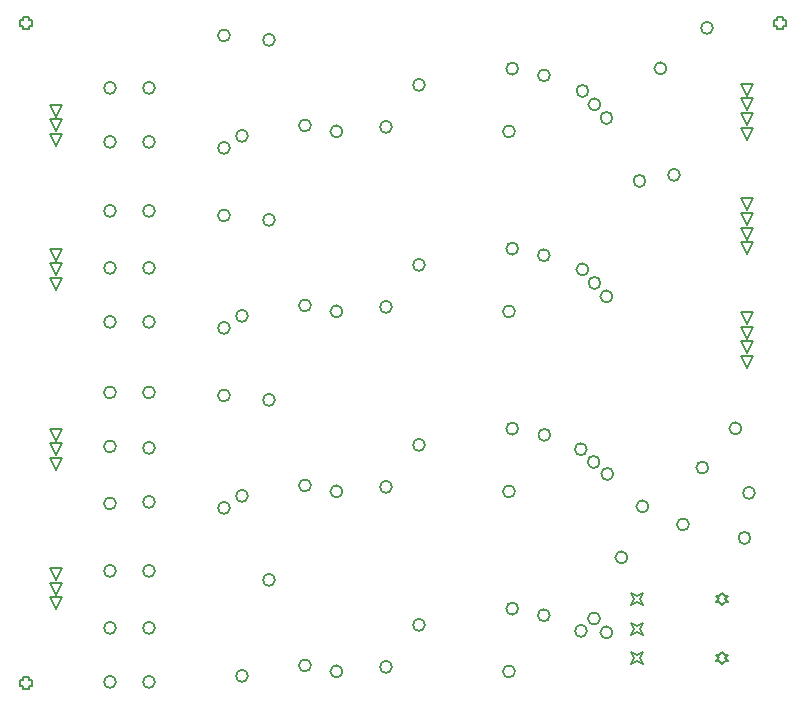
<source format=gbr>
%TF.GenerationSoftware,Altium Limited,Altium Designer,22.5.1 (42)*%
G04 Layer_Color=2752767*
%FSLAX45Y45*%
%MOMM*%
%TF.SameCoordinates,176CDB2E-7B72-45DB-8ACB-ACD3A9543041*%
%TF.FilePolarity,Positive*%
%TF.FileFunction,Drawing*%
%TF.Part,Single*%
G01*
G75*
%TA.AperFunction,NonConductor*%
%ADD39C,0.12700*%
%ADD60C,0.16933*%
D39*
X6426200Y4906200D02*
X6375400Y5007800D01*
X6477000D01*
X6426200Y4906200D01*
X571500Y4853400D02*
X520700Y4955000D01*
X622300D01*
X571500Y4853400D01*
Y4978400D02*
X520700Y5080000D01*
X622300D01*
X571500Y4978400D01*
Y5103400D02*
X520700Y5205000D01*
X622300D01*
X571500Y5103400D01*
Y3884709D02*
X520700Y3986309D01*
X622300D01*
X571500Y3884709D01*
Y3759709D02*
X520700Y3861309D01*
X622300D01*
X571500Y3759709D01*
Y3634709D02*
X520700Y3736309D01*
X622300D01*
X571500Y3634709D01*
Y2110709D02*
X520700Y2212309D01*
X622300D01*
X571500Y2110709D01*
Y2235709D02*
X520700Y2337309D01*
X622300D01*
X571500Y2235709D01*
Y2360709D02*
X520700Y2462309D01*
X622300D01*
X571500Y2360709D01*
Y1181100D02*
X520700Y1282700D01*
X622300D01*
X571500Y1181100D01*
Y1056100D02*
X520700Y1157700D01*
X622300D01*
X571500Y1056100D01*
Y931100D02*
X520700Y1032700D01*
X622300D01*
X571500Y931100D01*
X5441500Y965200D02*
X5466900Y1016000D01*
X5441500Y1066800D01*
X5492300Y1041400D01*
X5543100Y1066800D01*
X5517700Y1016000D01*
X5543100Y965200D01*
X5492300Y990600D01*
X5441500Y965200D01*
Y715200D02*
X5466900Y766000D01*
X5441500Y816800D01*
X5492300Y791400D01*
X5543100Y816800D01*
X5517700Y766000D01*
X5543100Y715200D01*
X5492300Y740600D01*
X5441500Y715200D01*
Y465200D02*
X5466900Y516000D01*
X5441500Y566800D01*
X5492300Y541400D01*
X5543100Y566800D01*
X5517700Y516000D01*
X5543100Y465200D01*
X5492300Y490600D01*
X5441500Y465200D01*
X6210300Y965200D02*
X6235700Y990600D01*
X6261100D01*
X6235700Y1016000D01*
X6261100Y1041400D01*
X6235700D01*
X6210300Y1066800D01*
X6184900Y1041400D01*
X6159500D01*
X6184900Y1016000D01*
X6159500Y990600D01*
X6184900D01*
X6210300Y965200D01*
Y465201D02*
X6235700Y490601D01*
X6261100D01*
X6235700Y516001D01*
X6261100Y541401D01*
X6235700D01*
X6210300Y566801D01*
X6184900Y541401D01*
X6159500D01*
X6184900Y516001D01*
X6159500Y490601D01*
X6184900D01*
X6210300Y465201D01*
X6426200Y5281200D02*
X6375400Y5382800D01*
X6477000D01*
X6426200Y5281200D01*
Y5156200D02*
X6375400Y5257800D01*
X6477000D01*
X6426200Y5156200D01*
Y5031200D02*
X6375400Y5132800D01*
X6477000D01*
X6426200Y5031200D01*
Y3937000D02*
X6375400Y4038600D01*
X6477000D01*
X6426200Y3937000D01*
Y4062000D02*
X6375400Y4163600D01*
X6477000D01*
X6426200Y4062000D01*
Y4187000D02*
X6375400Y4288600D01*
X6477000D01*
X6426200Y4187000D01*
Y4312000D02*
X6375400Y4413600D01*
X6477000D01*
X6426200Y4312000D01*
Y3348800D02*
X6375400Y3450400D01*
X6477000D01*
X6426200Y3348800D01*
Y3223800D02*
X6375400Y3325400D01*
X6477000D01*
X6426200Y3223800D01*
Y3098800D02*
X6375400Y3200400D01*
X6477000D01*
X6426200Y3098800D01*
Y2973800D02*
X6375400Y3075400D01*
X6477000D01*
X6426200Y2973800D01*
X292100Y5867400D02*
Y5842000D01*
X342900D01*
Y5867400D01*
X368300D01*
Y5918200D01*
X342900D01*
Y5943600D01*
X292100D01*
Y5918200D01*
X266700D01*
Y5867400D01*
X292100D01*
Y279400D02*
Y254000D01*
X342900D01*
Y279400D01*
X368300D01*
Y330200D01*
X342900D01*
Y355600D01*
X292100D01*
Y330200D01*
X266700D01*
Y279400D01*
X292100D01*
X6680200Y5867400D02*
Y5842000D01*
X6731000D01*
Y5867400D01*
X6756400D01*
Y5918200D01*
X6731000D01*
Y5943600D01*
X6680200D01*
Y5918200D01*
X6654800D01*
Y5867400D01*
X6680200D01*
D60*
X5588000Y1803400D02*
G03*
X5588000Y1803400I-50800J0D01*
G01*
X5283200Y736600D02*
G03*
X5283200Y736600I-50800J0D01*
G01*
X5410200Y1371600D02*
G03*
X5410200Y1371600I-50800J0D01*
G01*
X5177994Y854050D02*
G03*
X5177994Y854050I-50800J0D01*
G01*
X5067300Y749300D02*
G03*
X5067300Y749300I-50800J0D01*
G01*
X6375400Y2463800D02*
G03*
X6375400Y2463800I-50800J0D01*
G01*
X6451600Y1536700D02*
G03*
X6451600Y1536700I-50800J0D01*
G01*
X6094881Y2132481D02*
G03*
X6094881Y2132481I-50800J0D01*
G01*
X5290305Y2078296D02*
G03*
X5290305Y2078296I-50800J0D01*
G01*
X5283200Y3581400D02*
G03*
X5283200Y3581400I-50800J0D01*
G01*
X5562600Y4559300D02*
G03*
X5562600Y4559300I-50800J0D01*
G01*
X5854700Y4610100D02*
G03*
X5854700Y4610100I-50800J0D01*
G01*
X6134100Y5854700D02*
G03*
X6134100Y5854700I-50800J0D01*
G01*
X5740400Y5511800D02*
G03*
X5740400Y5511800I-50800J0D01*
G01*
X5930900Y1651000D02*
G03*
X5930900Y1651000I-50800J0D01*
G01*
X6489700Y1917700D02*
G03*
X6489700Y1917700I-50800J0D01*
G01*
X5080000Y5321300D02*
G03*
X5080000Y5321300I-50800J0D01*
G01*
X5181600Y5207000D02*
G03*
X5181600Y5207000I-50800J0D01*
G01*
X5283200Y5092700D02*
G03*
X5283200Y5092700I-50800J0D01*
G01*
X5174389Y2179896D02*
G03*
X5174389Y2179896I-50800J0D01*
G01*
X5066131Y2287162D02*
G03*
X5066131Y2287162I-50800J0D01*
G01*
X5181600Y3695700D02*
G03*
X5181600Y3695700I-50800J0D01*
G01*
X5080000Y3810000D02*
G03*
X5080000Y3810000I-50800J0D01*
G01*
X1079500Y3365500D02*
G03*
X1079500Y3365500I-50800J0D01*
G01*
Y4305300D02*
G03*
X1079500Y4305300I-50800J0D01*
G01*
Y3822700D02*
G03*
X1079500Y3822700I-50800J0D01*
G01*
X1409700Y3365500D02*
G03*
X1409700Y3365500I-50800J0D01*
G01*
Y3822700D02*
G03*
X1409700Y3822700I-50800J0D01*
G01*
Y4305300D02*
G03*
X1409700Y4305300I-50800J0D01*
G01*
X2044700Y3314700D02*
G03*
X2044700Y3314700I-50800J0D01*
G01*
Y4267200D02*
G03*
X2044700Y4267200I-50800J0D01*
G01*
X2197100Y3416300D02*
G03*
X2197100Y3416300I-50800J0D01*
G01*
X2425700Y4229100D02*
G03*
X2425700Y4229100I-50800J0D01*
G01*
X2730500Y3505200D02*
G03*
X2730500Y3505200I-50800J0D01*
G01*
X2997200Y3454400D02*
G03*
X2997200Y3454400I-50800J0D01*
G01*
X3416300Y3492500D02*
G03*
X3416300Y3492500I-50800J0D01*
G01*
X4457700Y3454400D02*
G03*
X4457700Y3454400I-50800J0D01*
G01*
X3695700Y3848100D02*
G03*
X3695700Y3848100I-50800J0D01*
G01*
X4485556Y3985877D02*
G03*
X4485556Y3985877I-50800J0D01*
G01*
X4752693Y3929540D02*
G03*
X4752693Y3929540I-50800J0D01*
G01*
X2197100Y368300D02*
G03*
X2197100Y368300I-50800J0D01*
G01*
X2044700Y1790700D02*
G03*
X2044700Y1790700I-50800J0D01*
G01*
Y2743200D02*
G03*
X2044700Y2743200I-50800J0D01*
G01*
Y5791200D02*
G03*
X2044700Y5791200I-50800J0D01*
G01*
Y4838700D02*
G03*
X2044700Y4838700I-50800J0D01*
G01*
X4752693Y881540D02*
G03*
X4752693Y881540I-50800J0D01*
G01*
X4757464Y2409022D02*
G03*
X4757464Y2409022I-50800J0D01*
G01*
X4753820Y5452908D02*
G03*
X4753820Y5452908I-50800J0D01*
G01*
X1079500Y774700D02*
G03*
X1079500Y774700I-50800J0D01*
G01*
Y1257300D02*
G03*
X1079500Y1257300I-50800J0D01*
G01*
Y2311400D02*
G03*
X1079500Y2311400I-50800J0D01*
G01*
Y2768600D02*
G03*
X1079500Y2768600I-50800J0D01*
G01*
Y1828800D02*
G03*
X1079500Y1828800I-50800J0D01*
G01*
Y317500D02*
G03*
X1079500Y317500I-50800J0D01*
G01*
Y4889500D02*
G03*
X1079500Y4889500I-50800J0D01*
G01*
Y5346700D02*
G03*
X1079500Y5346700I-50800J0D01*
G01*
X2997200Y406400D02*
G03*
X2997200Y406400I-50800J0D01*
G01*
X1409700Y1257300D02*
G03*
X1409700Y1257300I-50800J0D01*
G01*
Y2768600D02*
G03*
X1409700Y2768600I-50800J0D01*
G01*
Y317500D02*
G03*
X1409700Y317500I-50800J0D01*
G01*
X2730500Y457200D02*
G03*
X2730500Y457200I-50800J0D01*
G01*
X1409700Y774700D02*
G03*
X1409700Y774700I-50800J0D01*
G01*
X2425700Y1181100D02*
G03*
X2425700Y1181100I-50800J0D01*
G01*
X3416300Y444500D02*
G03*
X3416300Y444500I-50800J0D01*
G01*
X3695700Y800100D02*
G03*
X3695700Y800100I-50800J0D01*
G01*
X4457700Y406400D02*
G03*
X4457700Y406400I-50800J0D01*
G01*
X4485556Y937877D02*
G03*
X4485556Y937877I-50800J0D01*
G01*
Y5509877D02*
G03*
X4485556Y5509877I-50800J0D01*
G01*
X3695700Y5372100D02*
G03*
X3695700Y5372100I-50800J0D01*
G01*
X1409700Y5346700D02*
G03*
X1409700Y5346700I-50800J0D01*
G01*
X3416300Y5016500D02*
G03*
X3416300Y5016500I-50800J0D01*
G01*
X2997200Y4978400D02*
G03*
X2997200Y4978400I-50800J0D01*
G01*
X2425700Y5753100D02*
G03*
X2425700Y5753100I-50800J0D01*
G01*
X4457700Y4978400D02*
G03*
X4457700Y4978400I-50800J0D01*
G01*
X1409700Y4889500D02*
G03*
X1409700Y4889500I-50800J0D01*
G01*
X2197100Y4940300D02*
G03*
X2197100Y4940300I-50800J0D01*
G01*
X2730500Y5029200D02*
G03*
X2730500Y5029200I-50800J0D01*
G01*
X2197100Y1892300D02*
G03*
X2197100Y1892300I-50800J0D01*
G01*
X2425700Y2705100D02*
G03*
X2425700Y2705100I-50800J0D01*
G01*
X4457700Y1930400D02*
G03*
X4457700Y1930400I-50800J0D01*
G01*
X2997200D02*
G03*
X2997200Y1930400I-50800J0D01*
G01*
X4485556Y2461877D02*
G03*
X4485556Y2461877I-50800J0D01*
G01*
X1409700Y2298700D02*
G03*
X1409700Y2298700I-50800J0D01*
G01*
Y1841500D02*
G03*
X1409700Y1841500I-50800J0D01*
G01*
X2730500Y1981200D02*
G03*
X2730500Y1981200I-50800J0D01*
G01*
X3416300Y1968500D02*
G03*
X3416300Y1968500I-50800J0D01*
G01*
X3695700Y2324100D02*
G03*
X3695700Y2324100I-50800J0D01*
G01*
%TF.MD5,2aaeed00b9507fb9ac3d065ee56599a5*%
M02*

</source>
